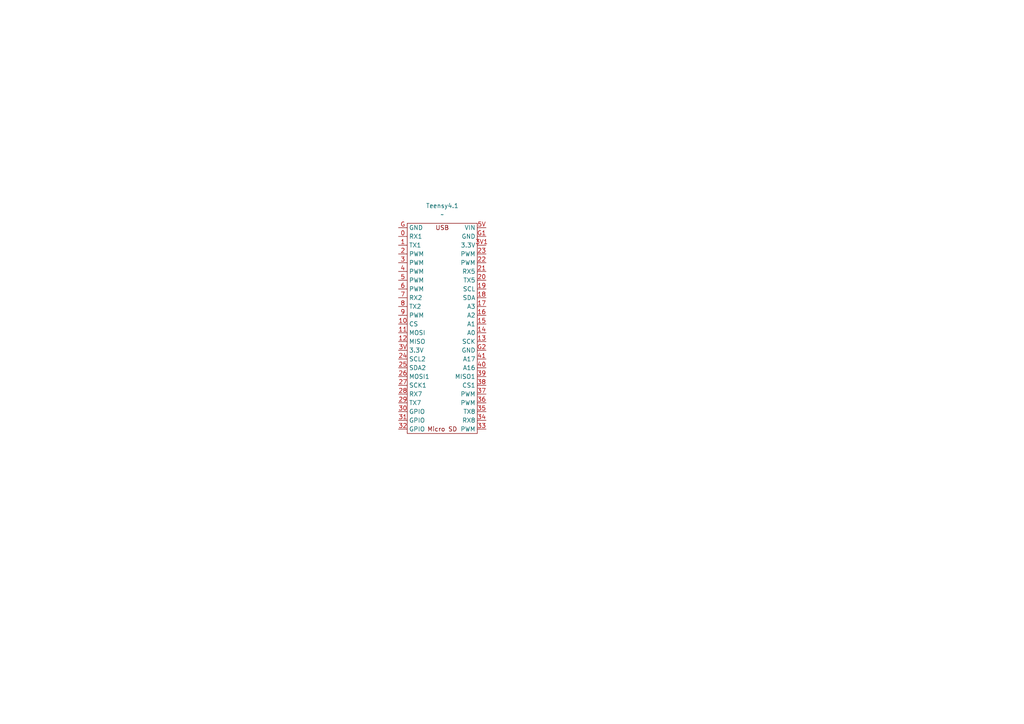
<source format=kicad_sch>
(kicad_sch (version 20250114) (generator "eeschema") (generator_version "9.0")
  (paper "A4")
  (lib_symbols
    (symbol "teensy:Teensy4.1"
      (property "Reference" "Teensy4.1" (at 0 0 90))
      (symbol "Teensy4.1_0_1"
        (rectangle (start -10.16 30.48) (end 10.16 -30.48))
      )
      (symbol "Teensy4.1_1_1"
        (text "USB" (at 0 29.21 0) (effects (font (size 1.27 1.27))))
        (text "Micro SD" (at 0 -29.21 0) (effects (font (size 1.27 1.27))))
        (pin input line (at -12.7 29.21 0) (length 2.54) (name "GND") (number "G"))
        (pin input line (at -12.7 26.67 0) (length 2.54) (name "RX1") (number "0"))
        (pin input line (at -12.7 24.13 0) (length 2.54) (name "TX1") (number "1"))
        (pin input line (at -12.7 21.59 0) (length 2.54) (name "PWM") (number "2"))
        (pin input line (at -12.7 19.05 0) (length 2.54) (name "PWM") (number "3"))
        (pin input line (at -12.7 16.51 0) (length 2.54) (name "PWM") (number "4"))
        (pin input line (at -12.7 13.97 0) (length 2.54) (name "PWM") (number "5"))
        (pin input line (at -12.7 11.43 0) (length 2.54) (name "PWM") (number "6"))
        (pin input line (at -12.7 8.89 0) (length 2.54) (name "RX2") (number "7"))
        (pin input line (at -12.7 6.35 0) (length 2.54) (name "TX2") (number "8"))
        (pin input line (at -12.7 3.81 0) (length 2.54) (name "PWM") (number "9"))
        (pin input line (at -12.7 1.27 0) (length 2.54) (name "CS") (number "10"))
        (pin input line (at -12.7 -1.27 0) (length 2.54) (name "MOSI") (number "11"))
        (pin input line (at -12.7 -3.81 0) (length 2.54) (name "MISO") (number "12"))
        (pin input line (at -12.7 -6.35 0) (length 2.54) (name "3.3V") (number "3V"))
        (pin input line (at -12.7 -8.89 0) (length 2.54) (name "SCL2") (number "24"))
        (pin input line (at -12.7 -11.43 0) (length 2.54) (name "SDA2") (number "25"))
        (pin input line (at -12.7 -13.97 0) (length 2.54) (name "MOSI1") (number "26"))
        (pin input line (at -12.7 -16.51 0) (length 2.54) (name "SCK1") (number "27"))
        (pin input line (at -12.7 -19.05 0) (length 2.54) (name "RX7") (number "28"))
        (pin input line (at -12.7 -21.59 0) (length 2.54) (name "TX7") (number "29"))
        (pin input line (at -12.7 -24.13 0) (length 2.54) (name "GPIO") (number "30"))
        (pin input line (at -12.7 -26.67 0) (length 2.54) (name "GPIO") (number "31"))
        (pin input line (at -12.7 -29.21 0) (length 2.54) (name "GPIO") (number "32"))
        (pin input line (at 12.7 29.21 180) (length 2.54) (name "VIN") (number "5V"))
        (pin input line (at 12.7 26.67 180) (length 2.54) (name "GND") (number "G1"))
        (pin input line (at 12.7 24.13 180) (length 2.54) (name "3.3V") (number "3V1"))
        (pin input line (at 12.7 21.59 180) (length 2.54) (name "PWM") (number "23"))
        (pin input line (at 12.7 19.05 180) (length 2.54) (name "PWM") (number "22"))
        (pin input line (at 12.7 16.51 180) (length 2.54) (name "RX5") (number "21"))
        (pin input line (at 12.7 13.97 180) (length 2.54) (name "TX5") (number "20"))
        (pin input line (at 12.7 11.43 180) (length 2.54) (name "SCL") (number "19"))
        (pin input line (at 12.7 8.89 180) (length 2.54) (name "SDA") (number "18"))
        (pin input line (at 12.7 6.35 180) (length 2.54) (name "A3") (number "17"))
        (pin input line (at 12.7 3.81 180) (length 2.54) (name "A2") (number "16"))
        (pin input line (at 12.7 1.27 180) (length 2.54) (name "A1") (number "15"))
        (pin input line (at 12.7 -1.27 180) (length 2.54) (name "A0") (number "14"))
        (pin input line (at 12.7 -3.81 180) (length 2.54) (name "SCK") (number "13"))
        (pin input line (at 12.7 -6.35 180) (length 2.54) (name "GND") (number "G2"))
        (pin input line (at 12.7 -8.89 180) (length 2.54) (name "A17") (number "41"))
        (pin input line (at 12.7 -11.43 180) (length 2.54) (name "A16") (number "40"))
        (pin input line (at 12.7 -13.97 180) (length 2.54) (name "MISO1") (number "39"))
        (pin input line (at 12.7 -16.51 180) (length 2.54) (name "CS1") (number "38"))
        (pin input line (at 12.7 -19.05 180) (length 2.54) (name "PWM") (number "37"))
        (pin input line (at 12.7 -21.59 180) (length 2.54) (name "PWM") (number "36"))
        (pin input line (at 12.7 -24.13 180) (length 2.54) (name "TX8") (number "35"))
        (pin input line (at 12.7 -26.67 180) (length 2.54) (name "RX8") (number "34"))
        (pin input line (at 12.7 -29.21 180) (length 2.54) (name "PWM") (number "33"))
      )
    )
  )
  (symbol (lib_id "teensy:Teensy4.1") (at 128.27 95.25 0) (unit 1)
    (property "Reference" "Teensy4.1" (at 128.27 59.69 0))
    (property "Value" "~" (at 128.27 62.23 0))
  )
)
</source>
